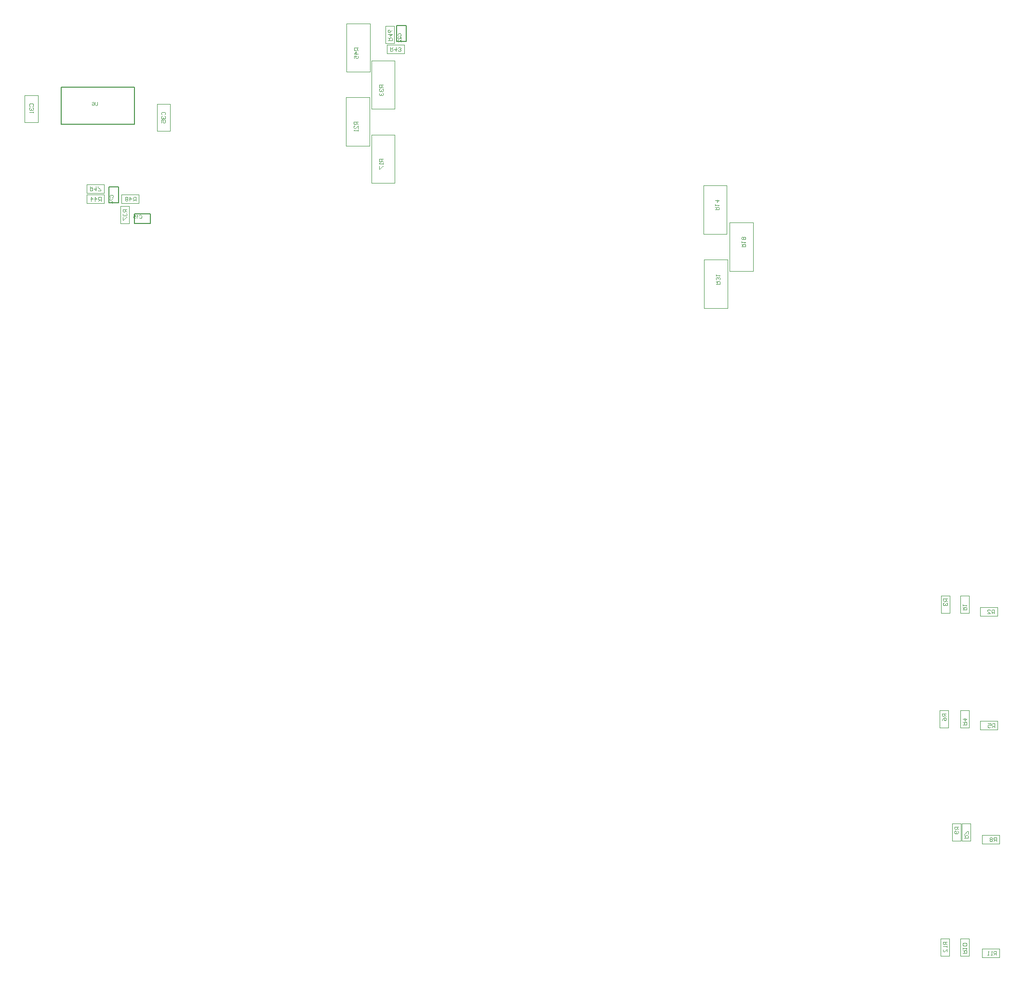
<source format=gbr>
%TF.GenerationSoftware,Altium Limited,Altium Designer,24.7.2 (38)*%
G04 Layer_Color=32768*
%FSLAX43Y43*%
%MOMM*%
%TF.SameCoordinates,3DDE4B3C-03A5-4BC3-9972-2EF5A5DF1AA7*%
%TF.FilePolarity,Positive*%
%TF.FileFunction,Other,Bottom_Assembly*%
%TF.Part,Single*%
G01*
G75*
%TA.AperFunction,NonConductor*%
%ADD81C,0.200*%
%ADD106C,0.100*%
G36*
X29630Y197703D02*
X29647Y197701D01*
X29664Y197697D01*
X29680Y197693D01*
X29694Y197686D01*
X29708Y197681D01*
X29720Y197673D01*
X29731Y197667D01*
X29740Y197660D01*
X29749Y197653D01*
X29757Y197647D01*
X29762Y197642D01*
X29767Y197636D01*
X29770Y197632D01*
X29772Y197631D01*
X29773Y197630D01*
X29785Y197613D01*
X29795Y197594D01*
X29805Y197573D01*
X29813Y197552D01*
X29819Y197530D01*
X29825Y197508D01*
X29830Y197485D01*
X29833Y197463D01*
X29836Y197442D01*
X29838Y197423D01*
X29840Y197405D01*
X29841Y197390D01*
Y197377D01*
X29842Y197368D01*
Y197364D01*
Y197362D01*
Y197361D01*
Y197360D01*
X29841Y197330D01*
X29839Y197302D01*
X29836Y197277D01*
X29831Y197252D01*
X29827Y197231D01*
X29822Y197212D01*
X29817Y197194D01*
X29810Y197178D01*
X29805Y197166D01*
X29799Y197154D01*
X29795Y197144D01*
X29789Y197136D01*
X29785Y197130D01*
X29782Y197126D01*
X29781Y197123D01*
X29780Y197122D01*
X29768Y197109D01*
X29755Y197098D01*
X29742Y197089D01*
X29729Y197080D01*
X29715Y197073D01*
X29702Y197068D01*
X29689Y197063D01*
X29676Y197059D01*
X29665Y197056D01*
X29654Y197054D01*
X29645Y197052D01*
X29636Y197051D01*
X29629D01*
X29624Y197050D01*
X29620D01*
X29598Y197051D01*
X29579Y197055D01*
X29562Y197058D01*
X29546Y197064D01*
X29534Y197068D01*
X29525Y197073D01*
X29521Y197074D01*
X29518Y197076D01*
X29517Y197077D01*
X29516D01*
X29500Y197088D01*
X29486Y197101D01*
X29474Y197114D01*
X29463Y197127D01*
X29455Y197139D01*
X29450Y197148D01*
X29448Y197152D01*
X29446Y197154D01*
X29445Y197155D01*
Y197156D01*
X29436Y197176D01*
X29429Y197196D01*
X29425Y197215D01*
X29422Y197232D01*
X29419Y197247D01*
Y197252D01*
X29418Y197258D01*
Y197263D01*
Y197265D01*
Y197267D01*
Y197268D01*
X29419Y197285D01*
X29421Y197301D01*
X29424Y197316D01*
X29427Y197330D01*
X29431Y197343D01*
X29436Y197356D01*
X29440Y197367D01*
X29446Y197377D01*
X29451Y197387D01*
X29456Y197395D01*
X29461Y197401D01*
X29465Y197408D01*
X29468Y197412D01*
X29471Y197415D01*
X29473Y197417D01*
X29474Y197418D01*
X29484Y197428D01*
X29495Y197437D01*
X29507Y197445D01*
X29518Y197451D01*
X29529Y197458D01*
X29540Y197462D01*
X29562Y197469D01*
X29571Y197472D01*
X29580Y197473D01*
X29587Y197474D01*
X29595Y197475D01*
X29600Y197476D01*
X29608D01*
X29624Y197475D01*
X29640Y197473D01*
X29655Y197470D01*
X29668Y197466D01*
X29679Y197461D01*
X29687Y197459D01*
X29693Y197456D01*
X29694Y197455D01*
X29695D01*
X29709Y197446D01*
X29722Y197436D01*
X29734Y197425D01*
X29744Y197414D01*
X29752Y197405D01*
X29758Y197398D01*
X29762Y197392D01*
X29763Y197391D01*
Y197408D01*
X29762Y197424D01*
X29761Y197439D01*
X29759Y197454D01*
X29758Y197467D01*
X29757Y197479D01*
X29755Y197490D01*
X29752Y197500D01*
X29750Y197509D01*
X29748Y197517D01*
X29746Y197523D01*
X29746Y197529D01*
X29744Y197533D01*
X29743Y197535D01*
X29742Y197537D01*
Y197538D01*
X29733Y197557D01*
X29723Y197573D01*
X29713Y197586D01*
X29704Y197597D01*
X29696Y197607D01*
X29689Y197613D01*
X29684Y197617D01*
X29683Y197618D01*
X29672Y197625D01*
X29660Y197630D01*
X29649Y197633D01*
X29638Y197636D01*
X29630Y197638D01*
X29623Y197639D01*
X29616D01*
X29599Y197637D01*
X29584Y197633D01*
X29571Y197628D01*
X29559Y197622D01*
X29549Y197616D01*
X29543Y197610D01*
X29539Y197607D01*
X29537Y197605D01*
X29531Y197596D01*
X29525Y197586D01*
X29519Y197575D01*
X29515Y197564D01*
X29512Y197554D01*
X29509Y197546D01*
X29508Y197540D01*
X29507Y197539D01*
Y197538D01*
X29428Y197545D01*
X29434Y197571D01*
X29442Y197594D01*
X29451Y197614D01*
X29462Y197631D01*
X29472Y197644D01*
X29476Y197649D01*
X29480Y197654D01*
X29483Y197656D01*
X29486Y197659D01*
X29487Y197660D01*
X29488Y197661D01*
X29497Y197669D01*
X29507Y197675D01*
X29527Y197686D01*
X29548Y197693D01*
X29567Y197698D01*
X29585Y197702D01*
X29592Y197703D01*
X29598D01*
X29604Y197704D01*
X29611D01*
X29630Y197703D01*
D02*
G37*
G36*
X30450Y197331D02*
Y197313D01*
X30449Y197295D01*
X30448Y197278D01*
X30446Y197263D01*
X30444Y197249D01*
X30443Y197236D01*
X30440Y197224D01*
X30438Y197213D01*
X30436Y197203D01*
X30433Y197194D01*
X30432Y197187D01*
X30430Y197181D01*
X30428Y197177D01*
X30427Y197173D01*
X30426Y197171D01*
Y197170D01*
X30416Y197150D01*
X30403Y197131D01*
X30390Y197117D01*
X30376Y197104D01*
X30364Y197093D01*
X30354Y197086D01*
X30350Y197084D01*
X30347Y197082D01*
X30346Y197080D01*
X30345D01*
X30322Y197070D01*
X30297Y197063D01*
X30272Y197057D01*
X30249Y197054D01*
X30239Y197053D01*
X30229Y197052D01*
X30220Y197051D01*
X30212D01*
X30206Y197050D01*
X30198D01*
X30164Y197052D01*
X30150Y197054D01*
X30136Y197056D01*
X30122Y197058D01*
X30110Y197061D01*
X30099Y197064D01*
X30089Y197068D01*
X30079Y197071D01*
X30072Y197074D01*
X30064Y197077D01*
X30059Y197080D01*
X30054Y197082D01*
X30052Y197083D01*
X30050Y197085D01*
X30049D01*
X30028Y197099D01*
X30012Y197115D01*
X29999Y197130D01*
X29988Y197144D01*
X29979Y197157D01*
X29974Y197167D01*
X29972Y197171D01*
X29970Y197174D01*
X29969Y197176D01*
Y197177D01*
X29966Y197188D01*
X29962Y197200D01*
X29956Y197225D01*
X29953Y197251D01*
X29950Y197276D01*
X29949Y197287D01*
X29948Y197298D01*
Y197307D01*
X29947Y197315D01*
Y197322D01*
Y197326D01*
Y197330D01*
Y197331D01*
Y197701D01*
X30032D01*
Y197331D01*
Y197310D01*
X30034Y197289D01*
X30036Y197272D01*
X30039Y197255D01*
X30041Y197240D01*
X30045Y197227D01*
X30048Y197215D01*
X30052Y197204D01*
X30055Y197196D01*
X30059Y197188D01*
X30063Y197182D01*
X30065Y197177D01*
X30068Y197173D01*
X30070Y197170D01*
X30071Y197169D01*
X30072Y197168D01*
X30080Y197161D01*
X30089Y197154D01*
X30110Y197144D01*
X30131Y197137D01*
X30153Y197132D01*
X30174Y197129D01*
X30182Y197128D01*
X30190D01*
X30196Y197127D01*
X30205D01*
X30224Y197128D01*
X30242Y197130D01*
X30259Y197133D01*
X30272Y197138D01*
X30283Y197142D01*
X30291Y197144D01*
X30296Y197147D01*
X30297Y197148D01*
X30310Y197156D01*
X30322Y197166D01*
X30331Y197177D01*
X30337Y197186D01*
X30343Y197195D01*
X30347Y197202D01*
X30349Y197206D01*
X30350Y197208D01*
X30353Y197216D01*
X30355Y197225D01*
X30358Y197244D01*
X30361Y197264D01*
X30363Y197285D01*
X30364Y197302D01*
Y197311D01*
X30365Y197317D01*
Y197323D01*
Y197327D01*
Y197330D01*
Y197331D01*
Y197701D01*
X30450D01*
Y197331D01*
D02*
G37*
G36*
X83473Y209773D02*
X83505Y209769D01*
X83534Y209765D01*
X83548Y209761D01*
X83560Y209758D01*
X83571Y209756D01*
X83581Y209752D01*
X83590Y209749D01*
X83597Y209747D01*
X83603Y209745D01*
X83608Y209744D01*
X83610Y209742D01*
X83611D01*
X83639Y209728D01*
X83664Y209712D01*
X83685Y209695D01*
X83694Y209687D01*
X83702Y209680D01*
X83709Y209672D01*
X83716Y209665D01*
X83721Y209659D01*
X83725Y209653D01*
X83729Y209649D01*
X83732Y209646D01*
X83732Y209644D01*
X83733Y209643D01*
X83741Y209630D01*
X83747Y209617D01*
X83757Y209589D01*
X83765Y209561D01*
X83769Y209535D01*
X83771Y209522D01*
X83773Y209511D01*
X83774Y209500D01*
Y209492D01*
X83775Y209485D01*
Y209475D01*
X83774Y209456D01*
X83772Y209438D01*
X83770Y209422D01*
X83767Y209406D01*
X83762Y209391D01*
X83757Y209377D01*
X83753Y209365D01*
X83747Y209352D01*
X83743Y209342D01*
X83738Y209332D01*
X83733Y209325D01*
X83729Y209317D01*
X83725Y209313D01*
X83723Y209308D01*
X83721Y209306D01*
X83720Y209305D01*
X83709Y209292D01*
X83698Y209281D01*
X83685Y209271D01*
X83672Y209261D01*
X83646Y209244D01*
X83621Y209231D01*
X83609Y209226D01*
X83597Y209221D01*
X83587Y209217D01*
X83579Y209215D01*
X83572Y209212D01*
X83566Y209210D01*
X83562Y209209D01*
X83561D01*
X83540Y209294D01*
X83555Y209298D01*
X83569Y209303D01*
X83582Y209307D01*
X83594Y209312D01*
X83605Y209317D01*
X83614Y209323D01*
X83623Y209329D01*
X83632Y209335D01*
X83639Y209340D01*
X83645Y209345D01*
X83650Y209350D01*
X83655Y209353D01*
X83658Y209357D01*
X83660Y209360D01*
X83661Y209361D01*
X83662Y209362D01*
X83670Y209371D01*
X83675Y209381D01*
X83685Y209401D01*
X83693Y209421D01*
X83697Y209440D01*
X83701Y209457D01*
X83702Y209463D01*
Y209470D01*
X83703Y209475D01*
Y209482D01*
X83702Y209503D01*
X83698Y209524D01*
X83694Y209542D01*
X83688Y209559D01*
X83683Y209572D01*
X83680Y209577D01*
X83678Y209582D01*
X83676Y209585D01*
X83674Y209588D01*
X83673Y209590D01*
Y209591D01*
X83660Y209609D01*
X83646Y209623D01*
X83631Y209636D01*
X83616Y209646D01*
X83603Y209655D01*
X83592Y209660D01*
X83587Y209662D01*
X83585Y209664D01*
X83583Y209665D01*
X83582D01*
X83558Y209672D01*
X83534Y209678D01*
X83510Y209683D01*
X83487Y209685D01*
X83477Y209686D01*
X83468Y209687D01*
X83460D01*
X83453Y209688D01*
X83448D01*
X83443D01*
X83440D01*
X83439D01*
X83415Y209687D01*
X83393Y209685D01*
X83373Y209682D01*
X83354Y209678D01*
X83339Y209675D01*
X83332Y209673D01*
X83327Y209671D01*
X83322Y209671D01*
X83319Y209670D01*
X83317Y209669D01*
X83316D01*
X83295Y209659D01*
X83276Y209649D01*
X83260Y209638D01*
X83246Y209626D01*
X83235Y209616D01*
X83228Y209608D01*
X83223Y209601D01*
X83221Y209600D01*
Y209599D01*
X83209Y209580D01*
X83200Y209559D01*
X83193Y209538D01*
X83190Y209519D01*
X83187Y209501D01*
X83186Y209494D01*
Y209487D01*
X83185Y209483D01*
Y209475D01*
X83186Y209452D01*
X83190Y209431D01*
X83195Y209414D01*
X83201Y209398D01*
X83207Y209386D01*
X83212Y209377D01*
X83216Y209371D01*
X83217Y209369D01*
X83231Y209354D01*
X83247Y209340D01*
X83264Y209329D01*
X83280Y209320D01*
X83295Y209313D01*
X83303Y209310D01*
X83308Y209308D01*
X83313Y209306D01*
X83316Y209304D01*
X83318Y209303D01*
X83319D01*
X83300Y209220D01*
X83283Y209226D01*
X83268Y209231D01*
X83254Y209239D01*
X83241Y209245D01*
X83229Y209253D01*
X83217Y209261D01*
X83206Y209268D01*
X83197Y209276D01*
X83190Y209283D01*
X83182Y209290D01*
X83176Y209296D01*
X83171Y209301D01*
X83167Y209305D01*
X83164Y209309D01*
X83163Y209311D01*
X83162Y209312D01*
X83154Y209325D01*
X83145Y209338D01*
X83139Y209351D01*
X83133Y209365D01*
X83125Y209392D01*
X83119Y209417D01*
X83117Y209429D01*
X83116Y209439D01*
X83115Y209450D01*
X83114Y209458D01*
X83113Y209464D01*
Y209474D01*
X83115Y209504D01*
X83119Y209534D01*
X83125Y209560D01*
X83129Y209572D01*
X83132Y209583D01*
X83136Y209593D01*
X83140Y209602D01*
X83143Y209610D01*
X83145Y209617D01*
X83148Y209622D01*
X83150Y209625D01*
X83151Y209628D01*
X83152Y209629D01*
X83168Y209654D01*
X83186Y209675D01*
X83205Y209694D01*
X83223Y209709D01*
X83240Y209721D01*
X83247Y209726D01*
X83254Y209730D01*
X83258Y209733D01*
X83262Y209735D01*
X83265Y209736D01*
X83266Y209737D01*
X83294Y209750D01*
X83324Y209759D01*
X83353Y209766D01*
X83380Y209770D01*
X83392Y209772D01*
X83404Y209773D01*
X83413Y209774D01*
X83423D01*
X83429Y209775D01*
X83435D01*
X83438D01*
X83439D01*
X83473Y209773D01*
D02*
G37*
G36*
X83764Y208724D02*
X83688D01*
Y209039D01*
X83672Y209028D01*
X83666Y209022D01*
X83659Y209018D01*
X83654Y209013D01*
X83650Y209009D01*
X83647Y209007D01*
X83646Y209006D01*
X83642Y209001D01*
X83637Y208996D01*
X83625Y208983D01*
X83611Y208968D01*
X83597Y208952D01*
X83585Y208937D01*
X83580Y208931D01*
X83574Y208925D01*
X83571Y208921D01*
X83568Y208917D01*
X83566Y208915D01*
X83565Y208914D01*
X83552Y208899D01*
X83540Y208885D01*
X83528Y208872D01*
X83518Y208860D01*
X83508Y208849D01*
X83499Y208839D01*
X83490Y208830D01*
X83483Y208823D01*
X83475Y208815D01*
X83470Y208810D01*
X83465Y208805D01*
X83461Y208801D01*
X83455Y208796D01*
X83453Y208794D01*
X83438Y208781D01*
X83424Y208770D01*
X83410Y208761D01*
X83399Y208753D01*
X83389Y208748D01*
X83381Y208744D01*
X83377Y208742D01*
X83375Y208741D01*
X83361Y208736D01*
X83347Y208732D01*
X83334Y208728D01*
X83323Y208727D01*
X83313Y208726D01*
X83305Y208725D01*
X83301D01*
X83299D01*
X83285Y208726D01*
X83272Y208727D01*
X83259Y208729D01*
X83248Y208733D01*
X83226Y208742D01*
X83208Y208752D01*
X83200Y208757D01*
X83193Y208762D01*
X83187Y208766D01*
X83182Y208771D01*
X83179Y208775D01*
X83175Y208776D01*
X83174Y208778D01*
X83173Y208779D01*
X83164Y208789D01*
X83156Y208801D01*
X83149Y208813D01*
X83144Y208825D01*
X83134Y208849D01*
X83128Y208873D01*
X83126Y208883D01*
X83124Y208893D01*
X83123Y208902D01*
X83122Y208910D01*
X83121Y208916D01*
Y208925D01*
X83122Y208942D01*
X83123Y208958D01*
X83126Y208973D01*
X83129Y208986D01*
X83132Y208999D01*
X83136Y209011D01*
X83141Y209022D01*
X83145Y209033D01*
X83150Y209042D01*
X83155Y209049D01*
X83158Y209056D01*
X83162Y209061D01*
X83165Y209066D01*
X83168Y209069D01*
X83169Y209070D01*
X83169Y209071D01*
X83179Y209081D01*
X83189Y209089D01*
X83200Y209097D01*
X83211Y209104D01*
X83233Y209115D01*
X83255Y209122D01*
X83266Y209125D01*
X83276Y209128D01*
X83284Y209130D01*
X83291Y209132D01*
X83298Y209132D01*
X83303D01*
X83305Y209133D01*
X83306D01*
X83315Y209053D01*
X83293Y209051D01*
X83275Y209047D01*
X83258Y209042D01*
X83245Y209035D01*
X83234Y209030D01*
X83227Y209024D01*
X83222Y209021D01*
X83220Y209019D01*
X83209Y209005D01*
X83201Y208990D01*
X83194Y208974D01*
X83191Y208960D01*
X83188Y208948D01*
X83187Y208936D01*
X83186Y208933D01*
Y208927D01*
X83187Y208908D01*
X83191Y208890D01*
X83196Y208875D01*
X83202Y208862D01*
X83208Y208852D01*
X83213Y208846D01*
X83217Y208841D01*
X83218Y208839D01*
X83231Y208828D01*
X83244Y208820D01*
X83257Y208813D01*
X83270Y208810D01*
X83280Y208807D01*
X83290Y208806D01*
X83295Y208805D01*
X83296D01*
X83297D01*
X83314Y208807D01*
X83331Y208811D01*
X83347Y208817D01*
X83362Y208824D01*
X83374Y208831D01*
X83384Y208838D01*
X83388Y208839D01*
X83390Y208841D01*
X83391Y208843D01*
X83392D01*
X83402Y208850D01*
X83413Y208860D01*
X83424Y208870D01*
X83435Y208881D01*
X83457Y208904D01*
X83479Y208927D01*
X83489Y208939D01*
X83499Y208949D01*
X83507Y208960D01*
X83514Y208968D01*
X83520Y208974D01*
X83524Y208980D01*
X83527Y208984D01*
X83528Y208985D01*
X83548Y209008D01*
X83566Y209029D01*
X83583Y209046D01*
X83597Y209060D01*
X83609Y209072D01*
X83617Y209081D01*
X83622Y209085D01*
X83623Y209087D01*
X83624D01*
X83640Y209100D01*
X83655Y209110D01*
X83670Y209120D01*
X83683Y209127D01*
X83694Y209132D01*
X83702Y209136D01*
X83708Y209138D01*
X83708Y209139D01*
X83709D01*
X83720Y209143D01*
X83729Y209144D01*
X83738Y209146D01*
X83746Y209147D01*
X83754Y209148D01*
X83759D01*
X83763D01*
X83764D01*
Y208724D01*
D02*
G37*
G36*
Y208226D02*
X83688D01*
Y208542D01*
X83672Y208531D01*
X83666Y208525D01*
X83659Y208520D01*
X83654Y208516D01*
X83650Y208512D01*
X83647Y208509D01*
X83646Y208508D01*
X83642Y208504D01*
X83637Y208498D01*
X83625Y208485D01*
X83611Y208470D01*
X83597Y208455D01*
X83585Y208440D01*
X83580Y208433D01*
X83574Y208428D01*
X83571Y208423D01*
X83568Y208420D01*
X83566Y208418D01*
X83565Y208417D01*
X83552Y208402D01*
X83540Y208387D01*
X83528Y208374D01*
X83518Y208362D01*
X83508Y208351D01*
X83499Y208342D01*
X83490Y208333D01*
X83483Y208325D01*
X83475Y208318D01*
X83470Y208312D01*
X83465Y208308D01*
X83461Y208303D01*
X83455Y208298D01*
X83453Y208297D01*
X83438Y208284D01*
X83424Y208273D01*
X83410Y208263D01*
X83399Y208256D01*
X83389Y208250D01*
X83381Y208247D01*
X83377Y208245D01*
X83375Y208244D01*
X83361Y208238D01*
X83347Y208235D01*
X83334Y208231D01*
X83323Y208229D01*
X83313Y208228D01*
X83305Y208227D01*
X83301D01*
X83299D01*
X83285Y208228D01*
X83272Y208230D01*
X83259Y208232D01*
X83248Y208236D01*
X83226Y208245D01*
X83208Y208254D01*
X83200Y208260D01*
X83193Y208264D01*
X83187Y208269D01*
X83182Y208274D01*
X83179Y208277D01*
X83175Y208279D01*
X83174Y208281D01*
X83173Y208282D01*
X83164Y208292D01*
X83156Y208303D01*
X83149Y208315D01*
X83144Y208327D01*
X83134Y208351D01*
X83128Y208375D01*
X83126Y208385D01*
X83124Y208396D01*
X83123Y208405D01*
X83122Y208412D01*
X83121Y208419D01*
Y208428D01*
X83122Y208445D01*
X83123Y208460D01*
X83126Y208475D01*
X83129Y208489D01*
X83132Y208502D01*
X83136Y208514D01*
X83141Y208525D01*
X83145Y208535D01*
X83150Y208544D01*
X83155Y208552D01*
X83158Y208558D01*
X83162Y208564D01*
X83165Y208568D01*
X83168Y208571D01*
X83169Y208573D01*
X83169Y208574D01*
X83179Y208583D01*
X83189Y208592D01*
X83200Y208600D01*
X83211Y208606D01*
X83233Y208617D01*
X83255Y208625D01*
X83266Y208628D01*
X83276Y208630D01*
X83284Y208632D01*
X83291Y208634D01*
X83298Y208635D01*
X83303D01*
X83305Y208636D01*
X83306D01*
X83315Y208556D01*
X83293Y208554D01*
X83275Y208550D01*
X83258Y208544D01*
X83245Y208538D01*
X83234Y208532D01*
X83227Y208527D01*
X83222Y208523D01*
X83220Y208521D01*
X83209Y208507D01*
X83201Y208493D01*
X83194Y208477D01*
X83191Y208463D01*
X83188Y208450D01*
X83187Y208439D01*
X83186Y208435D01*
Y208430D01*
X83187Y208410D01*
X83191Y208393D01*
X83196Y208378D01*
X83202Y208365D01*
X83208Y208355D01*
X83213Y208348D01*
X83217Y208344D01*
X83218Y208342D01*
X83231Y208331D01*
X83244Y208323D01*
X83257Y208316D01*
X83270Y208312D01*
X83280Y208310D01*
X83290Y208309D01*
X83295Y208308D01*
X83296D01*
X83297D01*
X83314Y208310D01*
X83331Y208313D01*
X83347Y208320D01*
X83362Y208326D01*
X83374Y208334D01*
X83384Y208340D01*
X83388Y208342D01*
X83390Y208344D01*
X83391Y208346D01*
X83392D01*
X83402Y208353D01*
X83413Y208362D01*
X83424Y208372D01*
X83435Y208384D01*
X83457Y208407D01*
X83479Y208430D01*
X83489Y208442D01*
X83499Y208452D01*
X83507Y208462D01*
X83514Y208470D01*
X83520Y208477D01*
X83524Y208482D01*
X83527Y208486D01*
X83528Y208487D01*
X83548Y208510D01*
X83566Y208531D01*
X83583Y208549D01*
X83597Y208563D01*
X83609Y208575D01*
X83617Y208583D01*
X83622Y208588D01*
X83623Y208590D01*
X83624D01*
X83640Y208603D01*
X83655Y208613D01*
X83670Y208622D01*
X83683Y208629D01*
X83694Y208635D01*
X83702Y208639D01*
X83708Y208641D01*
X83708Y208641D01*
X83709D01*
X83720Y208645D01*
X83729Y208647D01*
X83738Y208649D01*
X83746Y208650D01*
X83754Y208651D01*
X83759D01*
X83763D01*
X83764D01*
Y208226D01*
D02*
G37*
G36*
X32888Y181388D02*
X32920Y181384D01*
X32949Y181380D01*
X32963Y181376D01*
X32975Y181373D01*
X32986Y181371D01*
X32996Y181367D01*
X33005Y181364D01*
X33012Y181362D01*
X33018Y181359D01*
X33023Y181359D01*
X33025Y181357D01*
X33026D01*
X33054Y181343D01*
X33079Y181327D01*
X33100Y181311D01*
X33109Y181302D01*
X33117Y181295D01*
X33124Y181287D01*
X33131Y181280D01*
X33136Y181274D01*
X33140Y181268D01*
X33144Y181264D01*
X33147Y181261D01*
X33147Y181259D01*
X33148Y181258D01*
X33156Y181245D01*
X33162Y181232D01*
X33172Y181204D01*
X33180Y181176D01*
X33184Y181150D01*
X33186Y181137D01*
X33188Y181126D01*
X33189Y181115D01*
Y181107D01*
X33190Y181100D01*
Y181090D01*
X33189Y181071D01*
X33187Y181053D01*
X33185Y181037D01*
X33182Y181021D01*
X33177Y181006D01*
X33172Y180992D01*
X33168Y180980D01*
X33162Y180967D01*
X33158Y180957D01*
X33153Y180947D01*
X33148Y180940D01*
X33144Y180932D01*
X33140Y180928D01*
X33138Y180923D01*
X33136Y180921D01*
X33135Y180920D01*
X33124Y180907D01*
X33113Y180896D01*
X33100Y180886D01*
X33087Y180876D01*
X33062Y180859D01*
X33036Y180846D01*
X33024Y180841D01*
X33012Y180836D01*
X33002Y180833D01*
X32994Y180830D01*
X32987Y180827D01*
X32981Y180825D01*
X32977Y180824D01*
X32976D01*
X32955Y180909D01*
X32970Y180913D01*
X32984Y180918D01*
X32997Y180922D01*
X33009Y180927D01*
X33020Y180932D01*
X33029Y180938D01*
X33038Y180944D01*
X33047Y180950D01*
X33054Y180955D01*
X33060Y180960D01*
X33065Y180965D01*
X33070Y180968D01*
X33073Y180972D01*
X33075Y180975D01*
X33076Y180976D01*
X33077Y180977D01*
X33085Y180986D01*
X33090Y180996D01*
X33100Y181016D01*
X33108Y181036D01*
X33112Y181055D01*
X33116Y181072D01*
X33117Y181078D01*
Y181085D01*
X33118Y181090D01*
Y181097D01*
X33117Y181118D01*
X33113Y181139D01*
X33109Y181157D01*
X33103Y181174D01*
X33098Y181187D01*
X33095Y181192D01*
X33093Y181197D01*
X33091Y181200D01*
X33089Y181203D01*
X33088Y181205D01*
Y181206D01*
X33075Y181224D01*
X33062Y181238D01*
X33046Y181251D01*
X33031Y181262D01*
X33018Y181270D01*
X33007Y181275D01*
X33002Y181277D01*
X33000Y181279D01*
X32998Y181280D01*
X32997D01*
X32973Y181287D01*
X32949Y181293D01*
X32925Y181298D01*
X32902Y181300D01*
X32892Y181301D01*
X32883Y181302D01*
X32875D01*
X32868Y181303D01*
X32863D01*
X32858D01*
X32855D01*
X32854D01*
X32830Y181302D01*
X32808Y181300D01*
X32788Y181297D01*
X32769Y181293D01*
X32754Y181290D01*
X32747Y181288D01*
X32742Y181286D01*
X32737Y181286D01*
X32734Y181285D01*
X32732Y181284D01*
X32731D01*
X32710Y181274D01*
X32691Y181264D01*
X32675Y181253D01*
X32661Y181241D01*
X32650Y181231D01*
X32643Y181223D01*
X32638Y181216D01*
X32636Y181215D01*
Y181214D01*
X32624Y181195D01*
X32615Y181174D01*
X32608Y181153D01*
X32605Y181134D01*
X32602Y181116D01*
X32601Y181109D01*
Y181102D01*
X32600Y181098D01*
Y181090D01*
X32601Y181067D01*
X32605Y181046D01*
X32610Y181029D01*
X32616Y181013D01*
X32622Y181001D01*
X32627Y180992D01*
X32631Y180986D01*
X32632Y180984D01*
X32646Y180969D01*
X32662Y180955D01*
X32679Y180944D01*
X32695Y180935D01*
X32710Y180928D01*
X32718Y180925D01*
X32723Y180923D01*
X32728Y180921D01*
X32731Y180919D01*
X32733Y180918D01*
X32734D01*
X32715Y180835D01*
X32698Y180841D01*
X32683Y180846D01*
X32669Y180854D01*
X32656Y180860D01*
X32644Y180868D01*
X32632Y180876D01*
X32621Y180883D01*
X32612Y180891D01*
X32605Y180898D01*
X32597Y180905D01*
X32591Y180911D01*
X32586Y180916D01*
X32582Y180920D01*
X32579Y180924D01*
X32578Y180926D01*
X32577Y180927D01*
X32569Y180940D01*
X32560Y180953D01*
X32554Y180966D01*
X32548Y180980D01*
X32540Y181007D01*
X32535Y181032D01*
X32532Y181044D01*
X32531Y181054D01*
X32530Y181065D01*
X32529Y181073D01*
X32528Y181079D01*
Y181089D01*
X32530Y181119D01*
X32535Y181149D01*
X32540Y181175D01*
X32544Y181187D01*
X32547Y181198D01*
X32551Y181208D01*
X32555Y181217D01*
X32558Y181225D01*
X32560Y181232D01*
X32563Y181237D01*
X32565Y181240D01*
X32566Y181243D01*
X32567Y181244D01*
X32583Y181269D01*
X32601Y181290D01*
X32620Y181309D01*
X32638Y181324D01*
X32655Y181336D01*
X32662Y181341D01*
X32669Y181345D01*
X32673Y181348D01*
X32677Y181350D01*
X32680Y181351D01*
X32681Y181352D01*
X32709Y181365D01*
X32739Y181374D01*
X32768Y181381D01*
X32795Y181385D01*
X32807Y181387D01*
X32819Y181388D01*
X32829Y181389D01*
X32838D01*
X32844Y181390D01*
X32850D01*
X32853D01*
X32854D01*
X32888Y181388D01*
D02*
G37*
G36*
X33179Y180339D02*
X33103D01*
Y180654D01*
X33087Y180643D01*
X33081Y180637D01*
X33074Y180633D01*
X33069Y180628D01*
X33065Y180624D01*
X33062Y180622D01*
X33062Y180621D01*
X33057Y180616D01*
X33052Y180611D01*
X33040Y180598D01*
X33026Y180583D01*
X33012Y180567D01*
X33000Y180552D01*
X32995Y180546D01*
X32989Y180540D01*
X32986Y180536D01*
X32983Y180532D01*
X32981Y180530D01*
X32980Y180529D01*
X32967Y180514D01*
X32955Y180500D01*
X32943Y180487D01*
X32933Y180475D01*
X32923Y180464D01*
X32914Y180454D01*
X32905Y180445D01*
X32898Y180438D01*
X32890Y180430D01*
X32885Y180425D01*
X32880Y180420D01*
X32876Y180416D01*
X32870Y180411D01*
X32868Y180409D01*
X32853Y180396D01*
X32839Y180385D01*
X32825Y180376D01*
X32814Y180368D01*
X32804Y180363D01*
X32796Y180359D01*
X32792Y180357D01*
X32790Y180356D01*
X32776Y180351D01*
X32762Y180347D01*
X32749Y180343D01*
X32738Y180342D01*
X32728Y180341D01*
X32720Y180340D01*
X32716D01*
X32714D01*
X32700Y180341D01*
X32687Y180342D01*
X32674Y180344D01*
X32663Y180348D01*
X32641Y180357D01*
X32623Y180367D01*
X32615Y180372D01*
X32608Y180377D01*
X32602Y180381D01*
X32597Y180386D01*
X32594Y180390D01*
X32590Y180391D01*
X32589Y180393D01*
X32588Y180394D01*
X32579Y180404D01*
X32571Y180416D01*
X32564Y180428D01*
X32559Y180440D01*
X32549Y180464D01*
X32543Y180488D01*
X32541Y180498D01*
X32539Y180508D01*
X32538Y180517D01*
X32537Y180525D01*
X32536Y180531D01*
Y180540D01*
X32537Y180557D01*
X32538Y180573D01*
X32541Y180587D01*
X32544Y180601D01*
X32547Y180614D01*
X32551Y180626D01*
X32556Y180637D01*
X32560Y180648D01*
X32565Y180657D01*
X32570Y180664D01*
X32573Y180671D01*
X32577Y180676D01*
X32580Y180681D01*
X32583Y180684D01*
X32583Y180686D01*
X32584Y180686D01*
X32594Y180696D01*
X32604Y180704D01*
X32615Y180712D01*
X32626Y180719D01*
X32648Y180730D01*
X32670Y180737D01*
X32681Y180740D01*
X32691Y180743D01*
X32699Y180745D01*
X32706Y180747D01*
X32713Y180747D01*
X32718D01*
X32720Y180748D01*
X32721D01*
X32730Y180668D01*
X32708Y180666D01*
X32690Y180662D01*
X32673Y180657D01*
X32660Y180650D01*
X32649Y180645D01*
X32642Y180639D01*
X32637Y180636D01*
X32635Y180634D01*
X32624Y180620D01*
X32616Y180605D01*
X32609Y180589D01*
X32606Y180575D01*
X32603Y180563D01*
X32602Y180551D01*
X32601Y180548D01*
Y180542D01*
X32602Y180523D01*
X32606Y180505D01*
X32611Y180490D01*
X32617Y180477D01*
X32623Y180467D01*
X32628Y180461D01*
X32632Y180456D01*
X32633Y180454D01*
X32646Y180443D01*
X32659Y180435D01*
X32672Y180428D01*
X32685Y180425D01*
X32695Y180422D01*
X32705Y180421D01*
X32710Y180420D01*
X32711D01*
X32712D01*
X32729Y180422D01*
X32746Y180426D01*
X32762Y180432D01*
X32777Y180439D01*
X32789Y180446D01*
X32799Y180453D01*
X32803Y180454D01*
X32805Y180456D01*
X32806Y180458D01*
X32807D01*
X32817Y180465D01*
X32828Y180475D01*
X32839Y180485D01*
X32850Y180496D01*
X32872Y180519D01*
X32894Y180542D01*
X32904Y180554D01*
X32914Y180564D01*
X32922Y180575D01*
X32929Y180583D01*
X32935Y180589D01*
X32939Y180595D01*
X32942Y180599D01*
X32943Y180600D01*
X32963Y180623D01*
X32981Y180644D01*
X32998Y180661D01*
X33012Y180675D01*
X33024Y180687D01*
X33032Y180696D01*
X33037Y180700D01*
X33038Y180702D01*
X33039D01*
X33055Y180715D01*
X33070Y180725D01*
X33085Y180734D01*
X33098Y180742D01*
X33109Y180747D01*
X33117Y180751D01*
X33123Y180753D01*
X33123Y180754D01*
X33124D01*
X33135Y180758D01*
X33144Y180759D01*
X33153Y180761D01*
X33161Y180762D01*
X33169Y180763D01*
X33174D01*
X33178D01*
X33179D01*
Y180339D01*
D02*
G37*
G36*
X33025Y180003D02*
X33179D01*
Y179925D01*
X33025D01*
Y179838D01*
X32953D01*
Y179925D01*
X32539D01*
Y179988D01*
X32953Y180281D01*
X33025D01*
Y180003D01*
D02*
G37*
G36*
X37349Y177838D02*
X37359Y177823D01*
X37371Y177808D01*
X37383Y177795D01*
X37394Y177784D01*
X37402Y177775D01*
X37406Y177772D01*
X37408Y177770D01*
X37409Y177769D01*
X37410Y177768D01*
X37430Y177752D01*
X37449Y177737D01*
X37468Y177724D01*
X37486Y177714D01*
X37502Y177705D01*
X37508Y177701D01*
X37514Y177698D01*
X37519Y177696D01*
X37522Y177695D01*
X37524Y177693D01*
X37525D01*
Y177617D01*
X37511Y177623D01*
X37497Y177629D01*
X37483Y177635D01*
X37470Y177642D01*
X37459Y177647D01*
X37450Y177652D01*
X37445Y177656D01*
X37444Y177657D01*
X37443D01*
X37426Y177667D01*
X37411Y177677D01*
X37398Y177686D01*
X37388Y177695D01*
X37379Y177701D01*
X37373Y177707D01*
X37369Y177710D01*
X37368Y177711D01*
Y177211D01*
X37289D01*
Y177854D01*
X37340D01*
X37349Y177838D01*
D02*
G37*
G36*
X37074Y177513D02*
X37000Y177503D01*
X36993Y177513D01*
X36985Y177522D01*
X36978Y177530D01*
X36970Y177537D01*
X36963Y177541D01*
X36957Y177546D01*
X36954Y177548D01*
X36953Y177549D01*
X36941Y177554D01*
X36929Y177559D01*
X36918Y177561D01*
X36906Y177564D01*
X36897Y177565D01*
X36890Y177566D01*
X36872D01*
X36861Y177564D01*
X36842Y177560D01*
X36825Y177553D01*
X36810Y177547D01*
X36799Y177539D01*
X36791Y177533D01*
X36786Y177528D01*
X36784Y177527D01*
Y177526D01*
X36771Y177511D01*
X36762Y177494D01*
X36756Y177476D01*
X36751Y177459D01*
X36748Y177444D01*
X36747Y177438D01*
Y177432D01*
X36746Y177427D01*
Y177424D01*
Y177422D01*
Y177421D01*
Y177408D01*
X36748Y177396D01*
X36753Y177373D01*
X36759Y177353D01*
X36766Y177338D01*
X36773Y177325D01*
X36780Y177315D01*
X36783Y177312D01*
X36784Y177309D01*
X36785Y177308D01*
X36786Y177307D01*
X36794Y177300D01*
X36801Y177293D01*
X36818Y177282D01*
X36833Y177275D01*
X36849Y177270D01*
X36862Y177267D01*
X36873Y177266D01*
X36877Y177265D01*
X36882D01*
X36900Y177266D01*
X36916Y177269D01*
X36930Y177274D01*
X36941Y177279D01*
X36951Y177285D01*
X36958Y177290D01*
X36962Y177293D01*
X36964Y177294D01*
X36975Y177307D01*
X36984Y177321D01*
X36992Y177337D01*
X36997Y177351D01*
X37001Y177365D01*
X37004Y177375D01*
X37004Y177379D01*
X37005Y177382D01*
Y177384D01*
Y177385D01*
X37088Y177378D01*
X37086Y177364D01*
X37083Y177350D01*
X37075Y177324D01*
X37065Y177302D01*
X37059Y177292D01*
X37053Y177283D01*
X37049Y177275D01*
X37043Y177267D01*
X37039Y177262D01*
X37034Y177257D01*
X37030Y177254D01*
X37028Y177250D01*
X37027Y177249D01*
X37026Y177248D01*
X37015Y177240D01*
X37004Y177232D01*
X36992Y177226D01*
X36979Y177220D01*
X36956Y177212D01*
X36933Y177206D01*
X36923Y177204D01*
X36913Y177203D01*
X36905Y177202D01*
X36897Y177201D01*
X36891Y177200D01*
X36882D01*
X36863Y177201D01*
X36844Y177204D01*
X36827Y177207D01*
X36811Y177212D01*
X36796Y177218D01*
X36783Y177225D01*
X36770Y177231D01*
X36759Y177239D01*
X36748Y177246D01*
X36739Y177253D01*
X36732Y177260D01*
X36725Y177266D01*
X36721Y177270D01*
X36717Y177274D01*
X36715Y177277D01*
X36714Y177278D01*
X36705Y177290D01*
X36697Y177303D01*
X36690Y177315D01*
X36685Y177328D01*
X36675Y177353D01*
X36670Y177377D01*
X36668Y177387D01*
X36666Y177397D01*
X36665Y177405D01*
X36664Y177413D01*
X36663Y177419D01*
Y177424D01*
Y177427D01*
Y177427D01*
X36664Y177444D01*
X36666Y177460D01*
X36669Y177476D01*
X36673Y177489D01*
X36677Y177502D01*
X36682Y177515D01*
X36687Y177526D01*
X36692Y177537D01*
X36697Y177546D01*
X36703Y177554D01*
X36708Y177561D01*
X36712Y177567D01*
X36716Y177572D01*
X36719Y177574D01*
X36721Y177576D01*
X36722Y177577D01*
X36733Y177587D01*
X36744Y177597D01*
X36756Y177604D01*
X36768Y177610D01*
X36780Y177617D01*
X36792Y177622D01*
X36814Y177628D01*
X36824Y177631D01*
X36833Y177633D01*
X36842Y177634D01*
X36849Y177635D01*
X36855Y177635D01*
X36875D01*
X36886Y177634D01*
X36908Y177629D01*
X36929Y177623D01*
X36947Y177615D01*
X36962Y177608D01*
X36968Y177604D01*
X36974Y177601D01*
X36979Y177598D01*
X36981Y177597D01*
X36983Y177596D01*
X36984Y177595D01*
X36950Y177768D01*
X36694D01*
Y177843D01*
X37012D01*
X37074Y177513D01*
D02*
G37*
G36*
X37952Y177860D02*
X37982Y177855D01*
X38008Y177850D01*
X38020Y177846D01*
X38031Y177843D01*
X38041Y177839D01*
X38050Y177835D01*
X38058Y177832D01*
X38065Y177830D01*
X38070Y177827D01*
X38073Y177825D01*
X38076Y177824D01*
X38077Y177823D01*
X38102Y177807D01*
X38123Y177789D01*
X38142Y177770D01*
X38157Y177752D01*
X38169Y177735D01*
X38174Y177728D01*
X38178Y177721D01*
X38181Y177717D01*
X38183Y177713D01*
X38184Y177710D01*
X38185Y177709D01*
X38198Y177681D01*
X38207Y177651D01*
X38214Y177622D01*
X38218Y177595D01*
X38220Y177583D01*
X38221Y177571D01*
X38222Y177561D01*
Y177552D01*
X38223Y177546D01*
Y177540D01*
Y177537D01*
Y177536D01*
X38221Y177502D01*
X38217Y177470D01*
X38213Y177441D01*
X38209Y177427D01*
X38206Y177415D01*
X38204Y177404D01*
X38200Y177394D01*
X38197Y177385D01*
X38195Y177378D01*
X38193Y177372D01*
X38192Y177367D01*
X38190Y177365D01*
Y177364D01*
X38176Y177336D01*
X38160Y177311D01*
X38144Y177290D01*
X38135Y177281D01*
X38128Y177273D01*
X38120Y177266D01*
X38113Y177259D01*
X38107Y177254D01*
X38101Y177250D01*
X38097Y177246D01*
X38094Y177243D01*
X38092Y177243D01*
X38091Y177242D01*
X38078Y177234D01*
X38065Y177228D01*
X38037Y177218D01*
X38009Y177210D01*
X37983Y177206D01*
X37970Y177204D01*
X37959Y177202D01*
X37948Y177201D01*
X37940D01*
X37933Y177200D01*
X37923D01*
X37904Y177201D01*
X37886Y177203D01*
X37870Y177205D01*
X37854Y177208D01*
X37839Y177213D01*
X37825Y177218D01*
X37813Y177222D01*
X37800Y177228D01*
X37790Y177232D01*
X37780Y177237D01*
X37773Y177242D01*
X37765Y177246D01*
X37761Y177250D01*
X37756Y177252D01*
X37754Y177254D01*
X37753Y177255D01*
X37740Y177266D01*
X37729Y177277D01*
X37719Y177290D01*
X37709Y177303D01*
X37692Y177329D01*
X37679Y177354D01*
X37674Y177366D01*
X37669Y177378D01*
X37666Y177388D01*
X37663Y177396D01*
X37660Y177403D01*
X37658Y177409D01*
X37657Y177413D01*
Y177414D01*
X37742Y177435D01*
X37746Y177420D01*
X37751Y177406D01*
X37755Y177393D01*
X37760Y177381D01*
X37765Y177370D01*
X37771Y177361D01*
X37777Y177352D01*
X37783Y177343D01*
X37788Y177336D01*
X37793Y177330D01*
X37798Y177325D01*
X37801Y177320D01*
X37805Y177317D01*
X37808Y177315D01*
X37809Y177314D01*
X37810Y177313D01*
X37819Y177305D01*
X37829Y177300D01*
X37849Y177290D01*
X37869Y177282D01*
X37888Y177278D01*
X37905Y177274D01*
X37911Y177273D01*
X37918D01*
X37923Y177272D01*
X37930D01*
X37951Y177273D01*
X37972Y177277D01*
X37990Y177281D01*
X38007Y177287D01*
X38020Y177292D01*
X38025Y177295D01*
X38030Y177297D01*
X38033Y177299D01*
X38036Y177301D01*
X38038Y177302D01*
X38039D01*
X38057Y177315D01*
X38071Y177329D01*
X38084Y177344D01*
X38095Y177359D01*
X38103Y177372D01*
X38108Y177383D01*
X38110Y177388D01*
X38112Y177390D01*
X38113Y177392D01*
Y177393D01*
X38120Y177417D01*
X38126Y177441D01*
X38131Y177465D01*
X38133Y177488D01*
X38134Y177498D01*
X38135Y177507D01*
Y177515D01*
X38136Y177522D01*
Y177527D01*
Y177532D01*
Y177535D01*
Y177536D01*
X38135Y177560D01*
X38133Y177582D01*
X38130Y177602D01*
X38126Y177621D01*
X38123Y177636D01*
X38121Y177643D01*
X38119Y177648D01*
X38119Y177653D01*
X38118Y177656D01*
X38117Y177658D01*
Y177659D01*
X38107Y177680D01*
X38097Y177699D01*
X38086Y177715D01*
X38074Y177729D01*
X38064Y177740D01*
X38056Y177747D01*
X38049Y177752D01*
X38048Y177754D01*
X38047D01*
X38028Y177766D01*
X38007Y177775D01*
X37986Y177782D01*
X37967Y177785D01*
X37949Y177788D01*
X37942Y177789D01*
X37935D01*
X37931Y177790D01*
X37923D01*
X37900Y177789D01*
X37879Y177785D01*
X37862Y177780D01*
X37846Y177774D01*
X37834Y177768D01*
X37825Y177763D01*
X37819Y177759D01*
X37817Y177758D01*
X37802Y177744D01*
X37788Y177728D01*
X37777Y177711D01*
X37768Y177695D01*
X37761Y177680D01*
X37758Y177672D01*
X37756Y177667D01*
X37754Y177662D01*
X37752Y177659D01*
X37751Y177657D01*
Y177656D01*
X37668Y177675D01*
X37674Y177692D01*
X37679Y177707D01*
X37687Y177721D01*
X37693Y177734D01*
X37701Y177746D01*
X37709Y177758D01*
X37716Y177769D01*
X37724Y177778D01*
X37731Y177785D01*
X37738Y177793D01*
X37744Y177799D01*
X37749Y177804D01*
X37753Y177808D01*
X37757Y177811D01*
X37759Y177812D01*
X37760Y177813D01*
X37773Y177821D01*
X37786Y177830D01*
X37799Y177836D01*
X37813Y177842D01*
X37840Y177850D01*
X37865Y177855D01*
X37877Y177858D01*
X37887Y177859D01*
X37898Y177860D01*
X37906Y177861D01*
X37912Y177862D01*
X37922D01*
X37952Y177860D01*
D02*
G37*
%LPC*%
G36*
X29629Y197407D02*
X29623D01*
X29604Y197405D01*
X29586Y197400D01*
X29572Y197395D01*
X29559Y197387D01*
X29549Y197380D01*
X29541Y197374D01*
X29537Y197370D01*
X29535Y197368D01*
X29523Y197352D01*
X29513Y197336D01*
X29507Y197318D01*
X29503Y197301D01*
X29500Y197287D01*
X29500Y197280D01*
Y197275D01*
X29499Y197270D01*
Y197266D01*
Y197264D01*
Y197264D01*
X29500Y197239D01*
X29504Y197217D01*
X29510Y197199D01*
X29516Y197183D01*
X29524Y197171D01*
X29529Y197162D01*
X29533Y197156D01*
X29535Y197155D01*
Y197154D01*
X29541Y197147D01*
X29549Y197142D01*
X29563Y197131D01*
X29578Y197125D01*
X29591Y197119D01*
X29603Y197117D01*
X29612Y197116D01*
X29616Y197115D01*
X29621D01*
X29634Y197116D01*
X29646Y197117D01*
X29657Y197121D01*
X29666Y197125D01*
X29674Y197128D01*
X29681Y197131D01*
X29684Y197133D01*
X29686Y197134D01*
X29697Y197142D01*
X29707Y197151D01*
X29715Y197161D01*
X29721Y197169D01*
X29727Y197178D01*
X29731Y197184D01*
X29733Y197189D01*
X29734Y197191D01*
X29740Y197204D01*
X29744Y197218D01*
X29747Y197231D01*
X29749Y197243D01*
X29750Y197253D01*
X29751Y197262D01*
Y197266D01*
Y197268D01*
X29749Y197290D01*
X29746Y197310D01*
X29739Y197327D01*
X29733Y197341D01*
X29726Y197353D01*
X29720Y197362D01*
X29716Y197366D01*
X29714Y197368D01*
X29699Y197381D01*
X29684Y197390D01*
X29669Y197398D01*
X29655Y197402D01*
X29642Y197405D01*
X29633Y197406D01*
X29629Y197407D01*
D02*
G37*
G36*
X32953Y180205D02*
X32667Y180003D01*
X32953D01*
Y180205D01*
D02*
G37*
%LPD*%
D81*
X24000Y200275D02*
X36900D01*
X24000Y193825D02*
Y200275D01*
Y193825D02*
X36900D01*
Y200275D01*
X82925Y208375D02*
Y211175D01*
Y208375D02*
X84625D01*
Y211175D01*
X82925D02*
X84625D01*
X32340Y179990D02*
Y182790D01*
Y179990D02*
X34040D01*
Y182790D01*
X32340D02*
X34040D01*
X36823Y178050D02*
X39623D01*
X36823Y176350D02*
Y178050D01*
Y176350D02*
X39623D01*
Y178050D01*
D106*
X181988Y47551D02*
Y50599D01*
X183512Y47551D02*
Y50599D01*
X181988D02*
X183512D01*
X181988Y47551D02*
X183512D01*
X180037D02*
Y50599D01*
X178513Y47551D02*
Y50599D01*
Y47551D02*
X180037D01*
X178513Y50599D02*
X180037D01*
X185776Y47333D02*
X188824D01*
X185776Y48857D02*
X188824D01*
X185776Y47333D02*
Y48857D01*
X188824Y47333D02*
Y48857D01*
X182037Y67776D02*
Y70824D01*
X180513Y67776D02*
Y70824D01*
Y67776D02*
X182037D01*
X180513Y70824D02*
X182037D01*
X182213Y67776D02*
Y70824D01*
X183737Y67776D02*
Y70824D01*
X182213D02*
X183737D01*
X182213Y67776D02*
X183737D01*
X185801Y67333D02*
X188849D01*
X185801Y68857D02*
X188849D01*
X185801Y67333D02*
Y68857D01*
X188849Y67333D02*
Y68857D01*
X181990Y87676D02*
Y90724D01*
X183514Y87676D02*
Y90724D01*
X181990D02*
X183514D01*
X181990Y87676D02*
X183514D01*
X185476Y87333D02*
X188524D01*
X185476Y88857D02*
X188524D01*
X185476Y87333D02*
Y88857D01*
X188524Y87333D02*
Y88857D01*
X179862Y87676D02*
Y90724D01*
X178338Y87676D02*
Y90724D01*
Y87676D02*
X179862D01*
X178338Y90724D02*
X179862D01*
X180087Y107877D02*
Y110925D01*
X178563Y107877D02*
Y110925D01*
Y107877D02*
X180087D01*
X178563Y110925D02*
X180087D01*
X181963Y107877D02*
Y110925D01*
X183487Y107877D02*
Y110925D01*
X181963D02*
X183487D01*
X181963Y107877D02*
X183487D01*
X185414Y107333D02*
X188462D01*
X185414Y108857D02*
X188462D01*
X185414Y107333D02*
Y108857D01*
X188462Y107333D02*
Y108857D01*
X136975Y161450D02*
Y169975D01*
X141075Y161450D02*
Y169975D01*
X136975D02*
X141075D01*
X136975Y161450D02*
X141075D01*
X78500Y205000D02*
X82600D01*
X78500Y196475D02*
X82600D01*
X78500D02*
Y205000D01*
X82600Y196475D02*
Y205000D01*
X78500Y191964D02*
X82600D01*
X78500Y183439D02*
X82600D01*
X78500D02*
Y191964D01*
X82600Y183439D02*
Y191964D01*
X40800Y197350D02*
X43150D01*
X40800Y192650D02*
X43150D01*
X40800D02*
Y197350D01*
X43150Y192650D02*
Y197350D01*
X81251Y206213D02*
Y207737D01*
X84299Y206213D02*
Y207737D01*
X81251Y206213D02*
X84299D01*
X81251Y207737D02*
X84299D01*
X74071Y198514D02*
X78171D01*
X74071Y189989D02*
X78171D01*
X74071D02*
Y198514D01*
X78171Y189989D02*
Y198514D01*
X74125Y211525D02*
X78225D01*
X74125Y203000D02*
X78225D01*
X74125D02*
Y211525D01*
X78225Y203000D02*
Y211525D01*
X81013Y208001D02*
X82537D01*
X81013Y211049D02*
X82537D01*
Y208001D02*
Y211049D01*
X81013Y208001D02*
Y211049D01*
X17575Y198850D02*
X19925D01*
X17575Y194150D02*
X19925D01*
X17575D02*
Y198850D01*
X19925Y194150D02*
Y198850D01*
X136841Y174517D02*
X140941D01*
X136841Y183042D02*
X140941D01*
Y174517D02*
Y183042D01*
X136841Y174517D02*
Y183042D01*
X141450Y167975D02*
X145550D01*
X141450Y176500D02*
X145550D01*
Y167975D02*
Y176500D01*
X141450Y167975D02*
Y176500D01*
X28486Y181728D02*
Y183252D01*
X31534Y181728D02*
Y183252D01*
X28486Y181728D02*
X31534D01*
X28486Y183252D02*
X31534D01*
X34413Y179399D02*
X35937D01*
X34413Y176351D02*
X35937D01*
X34413D02*
Y179399D01*
X35937Y176351D02*
Y179399D01*
X37644Y179888D02*
Y181412D01*
X34596Y179888D02*
Y181412D01*
X37644D01*
X34596Y179888D02*
X37644D01*
X31534Y179878D02*
Y181402D01*
X28486Y179878D02*
Y181402D01*
X31534D01*
X28486Y179878D02*
X31534D01*
X182400Y48100D02*
X183100D01*
Y48450D01*
X182983Y48567D01*
X182750D01*
X182633Y48450D01*
Y48100D01*
Y48333D02*
X182400Y48567D01*
Y48800D02*
Y49033D01*
Y48916D01*
X183100D01*
X182983Y48800D01*
Y49383D02*
X183100Y49500D01*
Y49733D01*
X182983Y49849D01*
X182517D01*
X182400Y49733D01*
Y49500D01*
X182517Y49383D01*
X182983D01*
X179625Y50050D02*
X178925D01*
Y49700D01*
X179042Y49583D01*
X179275D01*
X179392Y49700D01*
Y50050D01*
Y49817D02*
X179625Y49583D01*
Y49350D02*
Y49117D01*
Y49234D01*
X178925D01*
X179042Y49350D01*
X179625Y48301D02*
Y48767D01*
X179158Y48301D01*
X179042D01*
X178925Y48417D01*
Y48650D01*
X179042Y48767D01*
X188275Y47745D02*
Y48445D01*
X187925D01*
X187808Y48328D01*
Y48095D01*
X187925Y47978D01*
X188275D01*
X188042D02*
X187808Y47745D01*
X187575D02*
X187342D01*
X187459D01*
Y48445D01*
X187575Y48328D01*
X186992Y47745D02*
X186759D01*
X186875D01*
Y48445D01*
X186992Y48328D01*
X181625Y70275D02*
X180925D01*
Y69925D01*
X181042Y69808D01*
X181275D01*
X181392Y69925D01*
Y70275D01*
Y70042D02*
X181625Y69808D01*
X181508Y69575D02*
X181625Y69459D01*
Y69225D01*
X181508Y69109D01*
X181042D01*
X180925Y69225D01*
Y69459D01*
X181042Y69575D01*
X181158D01*
X181275Y69459D01*
Y69109D01*
X182625Y68325D02*
X183325D01*
Y68675D01*
X183208Y68792D01*
X182975D01*
X182858Y68675D01*
Y68325D01*
Y68558D02*
X182625Y68792D01*
X183325Y69025D02*
Y69491D01*
X183208D01*
X182742Y69025D01*
X182625D01*
X188300Y67745D02*
Y68445D01*
X187950D01*
X187834Y68328D01*
Y68095D01*
X187950Y67978D01*
X188300D01*
X188067D02*
X187834Y67745D01*
X187600Y68328D02*
X187484Y68445D01*
X187251D01*
X187134Y68328D01*
Y68212D01*
X187251Y68095D01*
X187134Y67978D01*
Y67862D01*
X187251Y67745D01*
X187484D01*
X187600Y67862D01*
Y67978D01*
X187484Y68095D01*
X187600Y68212D01*
Y68328D01*
X187484Y68095D02*
X187251D01*
X182402Y88225D02*
X183102D01*
Y88575D01*
X182985Y88692D01*
X182752D01*
X182636Y88575D01*
Y88225D01*
Y88458D02*
X182402Y88692D01*
Y89275D02*
X183102D01*
X182752Y88925D01*
Y89391D01*
X187975Y87745D02*
Y88445D01*
X187625D01*
X187509Y88328D01*
Y88095D01*
X187625Y87978D01*
X187975D01*
X187742D02*
X187509Y87745D01*
X186809Y88445D02*
X187275D01*
Y88095D01*
X187042Y88212D01*
X186925D01*
X186809Y88095D01*
Y87862D01*
X186925Y87745D01*
X187159D01*
X187275Y87862D01*
X179450Y90175D02*
X178750D01*
Y89825D01*
X178867Y89708D01*
X179100D01*
X179217Y89825D01*
Y90175D01*
Y89942D02*
X179450Y89708D01*
X178750Y89009D02*
X178867Y89242D01*
X179100Y89475D01*
X179333D01*
X179450Y89359D01*
Y89125D01*
X179333Y89009D01*
X179217D01*
X179100Y89125D01*
Y89475D01*
X179675Y110376D02*
X178975D01*
Y110026D01*
X179092Y109909D01*
X179325D01*
X179442Y110026D01*
Y110376D01*
Y110143D02*
X179675Y109909D01*
X179092Y109676D02*
X178975Y109560D01*
Y109326D01*
X179092Y109210D01*
X179209D01*
X179325Y109326D01*
Y109443D01*
Y109326D01*
X179442Y109210D01*
X179558D01*
X179675Y109326D01*
Y109560D01*
X179558Y109676D01*
X182375Y108426D02*
X183075D01*
Y108776D01*
X182958Y108893D01*
X182725D01*
X182608Y108776D01*
Y108426D01*
Y108659D02*
X182375Y108893D01*
Y109126D02*
Y109359D01*
Y109242D01*
X183075D01*
X182958Y109126D01*
X187913Y107745D02*
Y108445D01*
X187563D01*
X187446Y108328D01*
Y108095D01*
X187563Y107978D01*
X187913D01*
X187680D02*
X187446Y107745D01*
X186747D02*
X187213D01*
X186747Y108212D01*
Y108328D01*
X186863Y108445D01*
X187097D01*
X187213Y108328D01*
X139025Y165725D02*
X139725D01*
Y166075D01*
X139608Y166192D01*
X139375D01*
X139258Y166075D01*
Y165725D01*
Y165958D02*
X139025Y166192D01*
X139608Y166425D02*
X139725Y166541D01*
Y166775D01*
X139608Y166891D01*
X139492D01*
X139375Y166775D01*
Y166658D01*
Y166775D01*
X139258Y166891D01*
X139142D01*
X139025Y166775D01*
Y166541D01*
X139142Y166425D01*
X139025Y167125D02*
Y167358D01*
Y167241D01*
X139725D01*
X139608Y167125D01*
X80550Y200725D02*
X79850D01*
Y200375D01*
X79967Y200258D01*
X80200D01*
X80317Y200375D01*
Y200725D01*
Y200492D02*
X80550Y200258D01*
X79967Y200025D02*
X79850Y199909D01*
Y199675D01*
X79967Y199559D01*
X80083D01*
X80200Y199675D01*
Y199792D01*
Y199675D01*
X80317Y199559D01*
X80433D01*
X80550Y199675D01*
Y199909D01*
X80433Y200025D01*
X79967Y199325D02*
X79850Y199209D01*
Y198976D01*
X79967Y198859D01*
X80083D01*
X80200Y198976D01*
Y199092D01*
Y198976D01*
X80317Y198859D01*
X80433D01*
X80550Y198976D01*
Y199209D01*
X80433Y199325D01*
X80550Y187689D02*
X79850D01*
Y187339D01*
X79967Y187223D01*
X80200D01*
X80317Y187339D01*
Y187689D01*
Y187456D02*
X80550Y187223D01*
Y186989D02*
Y186756D01*
Y186873D01*
X79850D01*
X79967Y186989D01*
X79850Y186406D02*
Y185940D01*
X79967D01*
X80433Y186406D01*
X80550D01*
X41717Y195458D02*
X41600Y195575D01*
Y195808D01*
X41717Y195925D01*
X42183D01*
X42300Y195808D01*
Y195575D01*
X42183Y195458D01*
X41717Y195225D02*
X41600Y195109D01*
Y194875D01*
X41717Y194759D01*
X41833D01*
X41950Y194875D01*
Y194992D01*
Y194875D01*
X42067Y194759D01*
X42183D01*
X42300Y194875D01*
Y195109D01*
X42183Y195225D01*
X41600Y194059D02*
Y194525D01*
X41950D01*
X41833Y194292D01*
Y194176D01*
X41950Y194059D01*
X42183D01*
X42300Y194176D01*
Y194409D01*
X42183Y194525D01*
X81800Y207325D02*
Y206625D01*
X82150D01*
X82266Y206742D01*
Y206975D01*
X82150Y207092D01*
X81800D01*
X82033D02*
X82266Y207325D01*
X82850D02*
Y206625D01*
X82500Y206975D01*
X82966D01*
X83199Y206742D02*
X83316Y206625D01*
X83549D01*
X83666Y206742D01*
Y206858D01*
X83549Y206975D01*
X83433D01*
X83549D01*
X83666Y207092D01*
Y207208D01*
X83549Y207325D01*
X83316D01*
X83199Y207208D01*
X76121Y194239D02*
X75422D01*
Y193889D01*
X75538Y193773D01*
X75772D01*
X75888Y193889D01*
Y194239D01*
Y194006D02*
X76121Y193773D01*
Y193073D02*
Y193539D01*
X75655Y193073D01*
X75538D01*
X75422Y193190D01*
Y193423D01*
X75538Y193539D01*
X76121Y192840D02*
Y192606D01*
Y192723D01*
X75422D01*
X75538Y192840D01*
X76175Y207250D02*
X75475D01*
Y206900D01*
X75592Y206783D01*
X75825D01*
X75942Y206900D01*
Y207250D01*
Y207017D02*
X76175Y206783D01*
Y206200D02*
X75475D01*
X75825Y206550D01*
Y206084D01*
X75475Y205384D02*
Y205850D01*
X75825D01*
X75708Y205617D01*
Y205501D01*
X75825Y205384D01*
X76058D01*
X76175Y205501D01*
Y205734D01*
X76058Y205850D01*
X81425Y208550D02*
X82125D01*
Y208900D01*
X82008Y209017D01*
X81775D01*
X81658Y208900D01*
Y208550D01*
Y208783D02*
X81425Y209017D01*
Y209600D02*
X82125D01*
X81775Y209250D01*
Y209716D01*
X82125Y210416D02*
X82008Y210183D01*
X81775Y209950D01*
X81541D01*
X81425Y210066D01*
Y210299D01*
X81541Y210416D01*
X81658D01*
X81775Y210299D01*
Y209950D01*
X18492Y196958D02*
X18375Y197075D01*
Y197308D01*
X18492Y197425D01*
X18958D01*
X19075Y197308D01*
Y197075D01*
X18958Y196958D01*
X18492Y196725D02*
X18375Y196609D01*
Y196375D01*
X18492Y196259D01*
X18608D01*
X18725Y196375D01*
Y196492D01*
Y196375D01*
X18842Y196259D01*
X18958D01*
X19075Y196375D01*
Y196609D01*
X18958Y196725D01*
X19075Y196025D02*
Y195792D01*
Y195909D01*
X18375D01*
X18492Y196025D01*
X138891Y178792D02*
X139591D01*
Y179142D01*
X139474Y179259D01*
X139241D01*
X139124Y179142D01*
Y178792D01*
Y179025D02*
X138891Y179259D01*
Y179492D02*
Y179725D01*
Y179609D01*
X139591D01*
X139474Y179492D01*
X138891Y180425D02*
X139591D01*
X139241Y180075D01*
Y180542D01*
X143500Y172250D02*
X144200D01*
Y172600D01*
X144083Y172717D01*
X143850D01*
X143733Y172600D01*
Y172250D01*
Y172483D02*
X143500Y172717D01*
Y172950D02*
Y173183D01*
Y173066D01*
X144200D01*
X144083Y172950D01*
Y173533D02*
X144200Y173650D01*
Y173883D01*
X144083Y173999D01*
X143967D01*
X143850Y173883D01*
X143733Y173999D01*
X143617D01*
X143500Y173883D01*
Y173650D01*
X143617Y173533D01*
X143733D01*
X143850Y173650D01*
X143967Y173533D01*
X144083D01*
X143850Y173650D02*
Y173883D01*
X29035Y182840D02*
Y182141D01*
X29385D01*
X29502Y182257D01*
Y182491D01*
X29385Y182607D01*
X29035D01*
X29268D02*
X29502Y182840D01*
X30085D02*
Y182141D01*
X29735Y182491D01*
X30201D01*
X30435Y182141D02*
X30901D01*
Y182257D01*
X30435Y182724D01*
Y182840D01*
X35525Y178850D02*
X34825D01*
Y178500D01*
X34942Y178383D01*
X35175D01*
X35292Y178500D01*
Y178850D01*
Y178617D02*
X35525Y178383D01*
X34942Y178150D02*
X34825Y178034D01*
Y177800D01*
X34942Y177684D01*
X35058D01*
X35175Y177800D01*
Y177917D01*
Y177800D01*
X35292Y177684D01*
X35408D01*
X35525Y177800D01*
Y178034D01*
X35408Y178150D01*
X34825Y177450D02*
Y176984D01*
X34942D01*
X35408Y177450D01*
X35525D01*
X37095Y180300D02*
Y181000D01*
X36745D01*
X36628Y180883D01*
Y180650D01*
X36745Y180533D01*
X37095D01*
X36862D02*
X36628Y180300D01*
X36045D02*
Y181000D01*
X36395Y180650D01*
X35929D01*
X35695Y180883D02*
X35579Y181000D01*
X35346D01*
X35229Y180883D01*
Y180766D01*
X35346Y180650D01*
X35229Y180533D01*
Y180416D01*
X35346Y180300D01*
X35579D01*
X35695Y180416D01*
Y180533D01*
X35579Y180650D01*
X35695Y180766D01*
Y180883D01*
X35579Y180650D02*
X35346D01*
X30985Y180290D02*
Y180990D01*
X30635D01*
X30518Y180873D01*
Y180640D01*
X30635Y180523D01*
X30985D01*
X30752D02*
X30518Y180290D01*
X29935D02*
Y180990D01*
X30285Y180640D01*
X29819D01*
X29236Y180290D02*
Y180990D01*
X29585Y180640D01*
X29119D01*
%TF.MD5,60616e052a28fb10dc0695811d1c55b0*%
M02*

</source>
